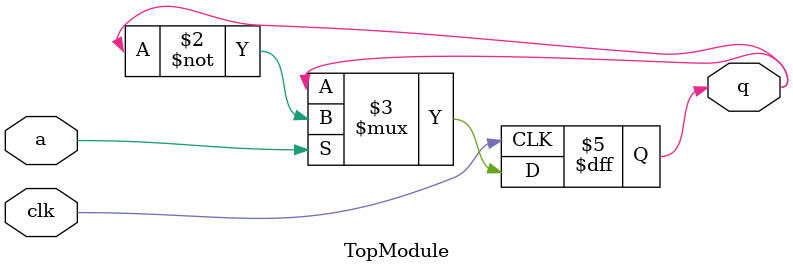
<source format=sv>
module TopModule (
    input logic clk,
    input logic a,
    output logic q
);

    always @(posedge clk) begin
        if (a) begin
            q <= ~q; // Toggle q when a is high
        end
    end

endmodule
</source>
